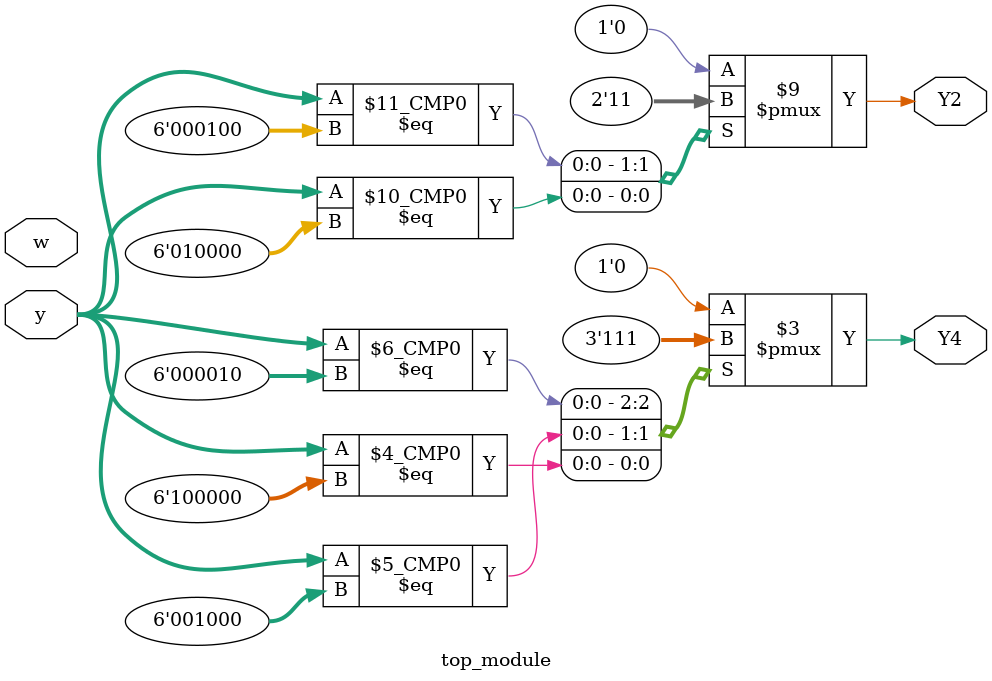
<source format=sv>
module top_module (
    input [6:1] y,
    input w,
    output reg Y2,
    output reg Y4
);

always @(*) begin
    case (y)
        7'b000001: begin
            Y2 = 1'b0;
            Y4 = 1'b0;
        end
        7'b000010: begin
            Y2 = 1'b0;
            Y4 = 1'b1;
        end
        7'b000100: begin
            Y2 = 1'b1;
            Y4 = 1'b0;
        end
        7'b001000: begin
            Y2 = 1'b0;
            Y4 = 1'b1;
        end
        7'b010000: begin
            Y2 = 1'b1;
            Y4 = 1'b0;
        end
        7'b100000: begin
            Y2 = 1'b0;
            Y4 = 1'b1;
        end
        default: begin
            Y2 = 1'b0;
            Y4 = 1'b0;
        end
    endcase
end

endmodule

</source>
